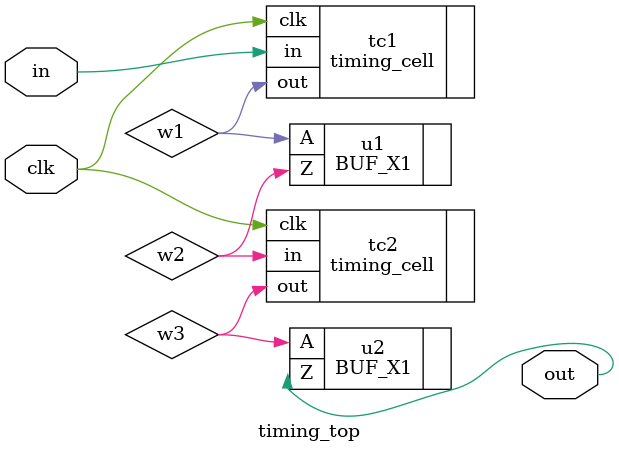
<source format=v>
module timing_top (in, clk, out);
  input in, clk;
  output out;
  wire w1, w2, w3;

  timing_cell tc1 (.in(in), .clk(clk), .out(w1));

  BUF_X1 u1 (.A(w1), .Z(w2));

  timing_cell tc2 (.in(w2), .clk(clk), .out(w3));

  BUF_X1 u2 (.A(w3), .Z(out));

endmodule
</source>
